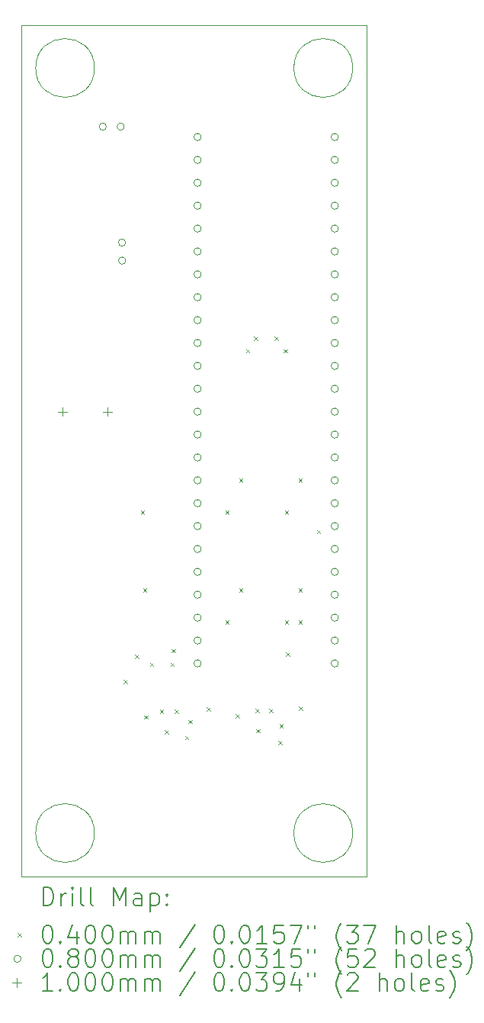
<source format=gbr>
%TF.GenerationSoftware,KiCad,Pcbnew,7.0.2*%
%TF.CreationDate,2023-08-01T20:04:04-04:00*%
%TF.ProjectId,imu-testbed,696d752d-7465-4737-9462-65642e6b6963,rev?*%
%TF.SameCoordinates,Original*%
%TF.FileFunction,Drillmap*%
%TF.FilePolarity,Positive*%
%FSLAX45Y45*%
G04 Gerber Fmt 4.5, Leading zero omitted, Abs format (unit mm)*
G04 Created by KiCad (PCBNEW 7.0.2) date 2023-08-01 20:04:04*
%MOMM*%
%LPD*%
G01*
G04 APERTURE LIST*
%ADD10C,0.100000*%
%ADD11C,0.200000*%
%ADD12C,0.040000*%
%ADD13C,0.080000*%
G04 APERTURE END LIST*
D10*
X15528400Y-15447300D02*
G75*
G03*
X15528400Y-15447300I-326500J0D01*
G01*
X12660000Y-15447300D02*
G75*
G03*
X12660000Y-15447300I-326500J0D01*
G01*
X12660000Y-6955900D02*
G75*
G03*
X12660000Y-6955900I-326500J0D01*
G01*
X15528400Y-6955900D02*
G75*
G03*
X15528400Y-6955900I-326500J0D01*
G01*
X11849100Y-6477000D02*
X15684500Y-6477000D01*
X15684500Y-15933420D01*
X11849100Y-15933420D01*
X11849100Y-6477000D01*
D11*
D12*
X12984800Y-13746800D02*
X13024800Y-13786800D01*
X13024800Y-13746800D02*
X12984800Y-13786800D01*
X13111800Y-13467400D02*
X13151800Y-13507400D01*
X13151800Y-13467400D02*
X13111800Y-13507400D01*
X13175300Y-11867200D02*
X13215300Y-11907200D01*
X13215300Y-11867200D02*
X13175300Y-11907200D01*
X13200700Y-12730800D02*
X13240700Y-12770800D01*
X13240700Y-12730800D02*
X13200700Y-12770800D01*
X13213400Y-14140500D02*
X13253400Y-14180500D01*
X13253400Y-14140500D02*
X13213400Y-14180500D01*
X13276900Y-13556300D02*
X13316900Y-13596300D01*
X13316900Y-13556300D02*
X13276900Y-13596300D01*
X13386200Y-14078000D02*
X13426200Y-14118000D01*
X13426200Y-14078000D02*
X13386200Y-14118000D01*
X13442000Y-14305600D02*
X13482000Y-14345600D01*
X13482000Y-14305600D02*
X13442000Y-14345600D01*
X13505500Y-13556300D02*
X13545500Y-13596300D01*
X13545500Y-13556300D02*
X13505500Y-13596300D01*
X13518200Y-13403900D02*
X13558200Y-13443900D01*
X13558200Y-13403900D02*
X13518200Y-13443900D01*
X13551300Y-14078000D02*
X13591300Y-14118000D01*
X13591300Y-14078000D02*
X13551300Y-14118000D01*
X13665600Y-14370100D02*
X13705600Y-14410100D01*
X13705600Y-14370100D02*
X13665600Y-14410100D01*
X13703700Y-14192300D02*
X13743700Y-14232300D01*
X13743700Y-14192300D02*
X13703700Y-14232300D01*
X13906900Y-14052600D02*
X13946900Y-14092600D01*
X13946900Y-14052600D02*
X13906900Y-14092600D01*
X14115100Y-11867200D02*
X14155100Y-11907200D01*
X14155100Y-11867200D02*
X14115100Y-11907200D01*
X14115100Y-13086400D02*
X14155100Y-13126400D01*
X14155100Y-13086400D02*
X14115100Y-13126400D01*
X14229400Y-14127800D02*
X14269400Y-14167800D01*
X14269400Y-14127800D02*
X14229400Y-14167800D01*
X14267500Y-11511600D02*
X14307500Y-11551600D01*
X14307500Y-11511600D02*
X14267500Y-11551600D01*
X14267500Y-12730800D02*
X14307500Y-12770800D01*
X14307500Y-12730800D02*
X14267500Y-12770800D01*
X14343700Y-10076500D02*
X14383700Y-10116500D01*
X14383700Y-10076500D02*
X14343700Y-10116500D01*
X14432600Y-9936800D02*
X14472600Y-9976800D01*
X14472600Y-9936800D02*
X14432600Y-9976800D01*
X14449100Y-14070700D02*
X14489100Y-14110700D01*
X14489100Y-14070700D02*
X14449100Y-14110700D01*
X14458000Y-14292900D02*
X14498000Y-14332900D01*
X14498000Y-14292900D02*
X14458000Y-14332900D01*
X14601500Y-14070700D02*
X14641500Y-14110700D01*
X14641500Y-14070700D02*
X14601500Y-14110700D01*
X14661200Y-9936800D02*
X14701200Y-9976800D01*
X14701200Y-9936800D02*
X14661200Y-9976800D01*
X14703100Y-14426300D02*
X14743100Y-14466300D01*
X14743100Y-14426300D02*
X14703100Y-14466300D01*
X14715800Y-14235800D02*
X14755800Y-14275800D01*
X14755800Y-14235800D02*
X14715800Y-14275800D01*
X14762800Y-10076500D02*
X14802800Y-10116500D01*
X14802800Y-10076500D02*
X14762800Y-10116500D01*
X14762800Y-10076500D02*
X14802800Y-10116500D01*
X14802800Y-10076500D02*
X14762800Y-10116500D01*
X14775500Y-11867200D02*
X14815500Y-11907200D01*
X14815500Y-11867200D02*
X14775500Y-11907200D01*
X14775500Y-13086400D02*
X14815500Y-13126400D01*
X14815500Y-13086400D02*
X14775500Y-13126400D01*
X14788200Y-13442000D02*
X14828200Y-13482000D01*
X14828200Y-13442000D02*
X14788200Y-13482000D01*
X14927900Y-11511600D02*
X14967900Y-11551600D01*
X14967900Y-11511600D02*
X14927900Y-11551600D01*
X14927900Y-12730800D02*
X14967900Y-12770800D01*
X14967900Y-12730800D02*
X14927900Y-12770800D01*
X14927900Y-13086400D02*
X14967900Y-13126400D01*
X14967900Y-13086400D02*
X14927900Y-13126400D01*
X14931700Y-14045300D02*
X14971700Y-14085300D01*
X14971700Y-14045300D02*
X14931700Y-14085300D01*
X15131100Y-12083100D02*
X15171100Y-12123100D01*
X15171100Y-12083100D02*
X15131100Y-12123100D01*
D13*
X12792400Y-7607300D02*
G75*
G03*
X12792400Y-7607300I-40000J0D01*
G01*
X12992400Y-7607300D02*
G75*
G03*
X12992400Y-7607300I-40000J0D01*
G01*
X13006700Y-8893200D02*
G75*
G03*
X13006700Y-8893200I-40000J0D01*
G01*
X13006700Y-9093200D02*
G75*
G03*
X13006700Y-9093200I-40000J0D01*
G01*
X13844900Y-7721600D02*
G75*
G03*
X13844900Y-7721600I-40000J0D01*
G01*
X13844900Y-7975600D02*
G75*
G03*
X13844900Y-7975600I-40000J0D01*
G01*
X13844900Y-8229600D02*
G75*
G03*
X13844900Y-8229600I-40000J0D01*
G01*
X13844900Y-8483600D02*
G75*
G03*
X13844900Y-8483600I-40000J0D01*
G01*
X13844900Y-8737600D02*
G75*
G03*
X13844900Y-8737600I-40000J0D01*
G01*
X13844900Y-8991600D02*
G75*
G03*
X13844900Y-8991600I-40000J0D01*
G01*
X13844900Y-9245600D02*
G75*
G03*
X13844900Y-9245600I-40000J0D01*
G01*
X13844900Y-9499600D02*
G75*
G03*
X13844900Y-9499600I-40000J0D01*
G01*
X13844900Y-9753600D02*
G75*
G03*
X13844900Y-9753600I-40000J0D01*
G01*
X13844900Y-10007600D02*
G75*
G03*
X13844900Y-10007600I-40000J0D01*
G01*
X13844900Y-10261600D02*
G75*
G03*
X13844900Y-10261600I-40000J0D01*
G01*
X13844900Y-10515600D02*
G75*
G03*
X13844900Y-10515600I-40000J0D01*
G01*
X13844900Y-10769600D02*
G75*
G03*
X13844900Y-10769600I-40000J0D01*
G01*
X13844900Y-11023600D02*
G75*
G03*
X13844900Y-11023600I-40000J0D01*
G01*
X13844900Y-11277600D02*
G75*
G03*
X13844900Y-11277600I-40000J0D01*
G01*
X13844900Y-11531600D02*
G75*
G03*
X13844900Y-11531600I-40000J0D01*
G01*
X13844900Y-11785600D02*
G75*
G03*
X13844900Y-11785600I-40000J0D01*
G01*
X13844900Y-12039600D02*
G75*
G03*
X13844900Y-12039600I-40000J0D01*
G01*
X13844900Y-12293600D02*
G75*
G03*
X13844900Y-12293600I-40000J0D01*
G01*
X13844900Y-12547600D02*
G75*
G03*
X13844900Y-12547600I-40000J0D01*
G01*
X13844900Y-12801600D02*
G75*
G03*
X13844900Y-12801600I-40000J0D01*
G01*
X13844900Y-13055600D02*
G75*
G03*
X13844900Y-13055600I-40000J0D01*
G01*
X13844900Y-13309600D02*
G75*
G03*
X13844900Y-13309600I-40000J0D01*
G01*
X13844900Y-13563600D02*
G75*
G03*
X13844900Y-13563600I-40000J0D01*
G01*
X15368900Y-7721600D02*
G75*
G03*
X15368900Y-7721600I-40000J0D01*
G01*
X15368900Y-7975600D02*
G75*
G03*
X15368900Y-7975600I-40000J0D01*
G01*
X15368900Y-8229600D02*
G75*
G03*
X15368900Y-8229600I-40000J0D01*
G01*
X15368900Y-8483600D02*
G75*
G03*
X15368900Y-8483600I-40000J0D01*
G01*
X15368900Y-8737600D02*
G75*
G03*
X15368900Y-8737600I-40000J0D01*
G01*
X15368900Y-8991600D02*
G75*
G03*
X15368900Y-8991600I-40000J0D01*
G01*
X15368900Y-9245600D02*
G75*
G03*
X15368900Y-9245600I-40000J0D01*
G01*
X15368900Y-9499600D02*
G75*
G03*
X15368900Y-9499600I-40000J0D01*
G01*
X15368900Y-9753600D02*
G75*
G03*
X15368900Y-9753600I-40000J0D01*
G01*
X15368900Y-10007600D02*
G75*
G03*
X15368900Y-10007600I-40000J0D01*
G01*
X15368900Y-10261600D02*
G75*
G03*
X15368900Y-10261600I-40000J0D01*
G01*
X15368900Y-10515600D02*
G75*
G03*
X15368900Y-10515600I-40000J0D01*
G01*
X15368900Y-10769600D02*
G75*
G03*
X15368900Y-10769600I-40000J0D01*
G01*
X15368900Y-11023600D02*
G75*
G03*
X15368900Y-11023600I-40000J0D01*
G01*
X15368900Y-11277600D02*
G75*
G03*
X15368900Y-11277600I-40000J0D01*
G01*
X15368900Y-11531600D02*
G75*
G03*
X15368900Y-11531600I-40000J0D01*
G01*
X15368900Y-11785600D02*
G75*
G03*
X15368900Y-11785600I-40000J0D01*
G01*
X15368900Y-12039600D02*
G75*
G03*
X15368900Y-12039600I-40000J0D01*
G01*
X15368900Y-12293600D02*
G75*
G03*
X15368900Y-12293600I-40000J0D01*
G01*
X15368900Y-12547600D02*
G75*
G03*
X15368900Y-12547600I-40000J0D01*
G01*
X15368900Y-12801600D02*
G75*
G03*
X15368900Y-12801600I-40000J0D01*
G01*
X15368900Y-13055600D02*
G75*
G03*
X15368900Y-13055600I-40000J0D01*
G01*
X15368900Y-13309600D02*
G75*
G03*
X15368900Y-13309600I-40000J0D01*
G01*
X15368900Y-13563600D02*
G75*
G03*
X15368900Y-13563600I-40000J0D01*
G01*
D10*
X12306300Y-10719600D02*
X12306300Y-10819600D01*
X12256300Y-10769600D02*
X12356300Y-10769600D01*
X12806300Y-10719600D02*
X12806300Y-10819600D01*
X12756300Y-10769600D02*
X12856300Y-10769600D01*
D11*
X12091719Y-16250944D02*
X12091719Y-16050944D01*
X12091719Y-16050944D02*
X12139338Y-16050944D01*
X12139338Y-16050944D02*
X12167909Y-16060468D01*
X12167909Y-16060468D02*
X12186957Y-16079515D01*
X12186957Y-16079515D02*
X12196481Y-16098563D01*
X12196481Y-16098563D02*
X12206005Y-16136658D01*
X12206005Y-16136658D02*
X12206005Y-16165229D01*
X12206005Y-16165229D02*
X12196481Y-16203325D01*
X12196481Y-16203325D02*
X12186957Y-16222372D01*
X12186957Y-16222372D02*
X12167909Y-16241420D01*
X12167909Y-16241420D02*
X12139338Y-16250944D01*
X12139338Y-16250944D02*
X12091719Y-16250944D01*
X12291719Y-16250944D02*
X12291719Y-16117610D01*
X12291719Y-16155706D02*
X12301243Y-16136658D01*
X12301243Y-16136658D02*
X12310767Y-16127134D01*
X12310767Y-16127134D02*
X12329814Y-16117610D01*
X12329814Y-16117610D02*
X12348862Y-16117610D01*
X12415528Y-16250944D02*
X12415528Y-16117610D01*
X12415528Y-16050944D02*
X12406005Y-16060468D01*
X12406005Y-16060468D02*
X12415528Y-16069991D01*
X12415528Y-16069991D02*
X12425052Y-16060468D01*
X12425052Y-16060468D02*
X12415528Y-16050944D01*
X12415528Y-16050944D02*
X12415528Y-16069991D01*
X12539338Y-16250944D02*
X12520290Y-16241420D01*
X12520290Y-16241420D02*
X12510767Y-16222372D01*
X12510767Y-16222372D02*
X12510767Y-16050944D01*
X12644100Y-16250944D02*
X12625052Y-16241420D01*
X12625052Y-16241420D02*
X12615528Y-16222372D01*
X12615528Y-16222372D02*
X12615528Y-16050944D01*
X12872671Y-16250944D02*
X12872671Y-16050944D01*
X12872671Y-16050944D02*
X12939338Y-16193801D01*
X12939338Y-16193801D02*
X13006005Y-16050944D01*
X13006005Y-16050944D02*
X13006005Y-16250944D01*
X13186957Y-16250944D02*
X13186957Y-16146182D01*
X13186957Y-16146182D02*
X13177433Y-16127134D01*
X13177433Y-16127134D02*
X13158386Y-16117610D01*
X13158386Y-16117610D02*
X13120290Y-16117610D01*
X13120290Y-16117610D02*
X13101243Y-16127134D01*
X13186957Y-16241420D02*
X13167909Y-16250944D01*
X13167909Y-16250944D02*
X13120290Y-16250944D01*
X13120290Y-16250944D02*
X13101243Y-16241420D01*
X13101243Y-16241420D02*
X13091719Y-16222372D01*
X13091719Y-16222372D02*
X13091719Y-16203325D01*
X13091719Y-16203325D02*
X13101243Y-16184277D01*
X13101243Y-16184277D02*
X13120290Y-16174753D01*
X13120290Y-16174753D02*
X13167909Y-16174753D01*
X13167909Y-16174753D02*
X13186957Y-16165229D01*
X13282195Y-16117610D02*
X13282195Y-16317610D01*
X13282195Y-16127134D02*
X13301243Y-16117610D01*
X13301243Y-16117610D02*
X13339338Y-16117610D01*
X13339338Y-16117610D02*
X13358386Y-16127134D01*
X13358386Y-16127134D02*
X13367909Y-16136658D01*
X13367909Y-16136658D02*
X13377433Y-16155706D01*
X13377433Y-16155706D02*
X13377433Y-16212848D01*
X13377433Y-16212848D02*
X13367909Y-16231896D01*
X13367909Y-16231896D02*
X13358386Y-16241420D01*
X13358386Y-16241420D02*
X13339338Y-16250944D01*
X13339338Y-16250944D02*
X13301243Y-16250944D01*
X13301243Y-16250944D02*
X13282195Y-16241420D01*
X13463148Y-16231896D02*
X13472671Y-16241420D01*
X13472671Y-16241420D02*
X13463148Y-16250944D01*
X13463148Y-16250944D02*
X13453624Y-16241420D01*
X13453624Y-16241420D02*
X13463148Y-16231896D01*
X13463148Y-16231896D02*
X13463148Y-16250944D01*
X13463148Y-16127134D02*
X13472671Y-16136658D01*
X13472671Y-16136658D02*
X13463148Y-16146182D01*
X13463148Y-16146182D02*
X13453624Y-16136658D01*
X13453624Y-16136658D02*
X13463148Y-16127134D01*
X13463148Y-16127134D02*
X13463148Y-16146182D01*
D12*
X11804100Y-16558420D02*
X11844100Y-16598420D01*
X11844100Y-16558420D02*
X11804100Y-16598420D01*
D11*
X12129814Y-16470944D02*
X12148862Y-16470944D01*
X12148862Y-16470944D02*
X12167909Y-16480468D01*
X12167909Y-16480468D02*
X12177433Y-16489991D01*
X12177433Y-16489991D02*
X12186957Y-16509039D01*
X12186957Y-16509039D02*
X12196481Y-16547134D01*
X12196481Y-16547134D02*
X12196481Y-16594753D01*
X12196481Y-16594753D02*
X12186957Y-16632848D01*
X12186957Y-16632848D02*
X12177433Y-16651896D01*
X12177433Y-16651896D02*
X12167909Y-16661420D01*
X12167909Y-16661420D02*
X12148862Y-16670944D01*
X12148862Y-16670944D02*
X12129814Y-16670944D01*
X12129814Y-16670944D02*
X12110767Y-16661420D01*
X12110767Y-16661420D02*
X12101243Y-16651896D01*
X12101243Y-16651896D02*
X12091719Y-16632848D01*
X12091719Y-16632848D02*
X12082195Y-16594753D01*
X12082195Y-16594753D02*
X12082195Y-16547134D01*
X12082195Y-16547134D02*
X12091719Y-16509039D01*
X12091719Y-16509039D02*
X12101243Y-16489991D01*
X12101243Y-16489991D02*
X12110767Y-16480468D01*
X12110767Y-16480468D02*
X12129814Y-16470944D01*
X12282195Y-16651896D02*
X12291719Y-16661420D01*
X12291719Y-16661420D02*
X12282195Y-16670944D01*
X12282195Y-16670944D02*
X12272671Y-16661420D01*
X12272671Y-16661420D02*
X12282195Y-16651896D01*
X12282195Y-16651896D02*
X12282195Y-16670944D01*
X12463148Y-16537610D02*
X12463148Y-16670944D01*
X12415528Y-16461420D02*
X12367909Y-16604277D01*
X12367909Y-16604277D02*
X12491719Y-16604277D01*
X12606005Y-16470944D02*
X12625052Y-16470944D01*
X12625052Y-16470944D02*
X12644100Y-16480468D01*
X12644100Y-16480468D02*
X12653624Y-16489991D01*
X12653624Y-16489991D02*
X12663148Y-16509039D01*
X12663148Y-16509039D02*
X12672671Y-16547134D01*
X12672671Y-16547134D02*
X12672671Y-16594753D01*
X12672671Y-16594753D02*
X12663148Y-16632848D01*
X12663148Y-16632848D02*
X12653624Y-16651896D01*
X12653624Y-16651896D02*
X12644100Y-16661420D01*
X12644100Y-16661420D02*
X12625052Y-16670944D01*
X12625052Y-16670944D02*
X12606005Y-16670944D01*
X12606005Y-16670944D02*
X12586957Y-16661420D01*
X12586957Y-16661420D02*
X12577433Y-16651896D01*
X12577433Y-16651896D02*
X12567909Y-16632848D01*
X12567909Y-16632848D02*
X12558386Y-16594753D01*
X12558386Y-16594753D02*
X12558386Y-16547134D01*
X12558386Y-16547134D02*
X12567909Y-16509039D01*
X12567909Y-16509039D02*
X12577433Y-16489991D01*
X12577433Y-16489991D02*
X12586957Y-16480468D01*
X12586957Y-16480468D02*
X12606005Y-16470944D01*
X12796481Y-16470944D02*
X12815529Y-16470944D01*
X12815529Y-16470944D02*
X12834576Y-16480468D01*
X12834576Y-16480468D02*
X12844100Y-16489991D01*
X12844100Y-16489991D02*
X12853624Y-16509039D01*
X12853624Y-16509039D02*
X12863148Y-16547134D01*
X12863148Y-16547134D02*
X12863148Y-16594753D01*
X12863148Y-16594753D02*
X12853624Y-16632848D01*
X12853624Y-16632848D02*
X12844100Y-16651896D01*
X12844100Y-16651896D02*
X12834576Y-16661420D01*
X12834576Y-16661420D02*
X12815529Y-16670944D01*
X12815529Y-16670944D02*
X12796481Y-16670944D01*
X12796481Y-16670944D02*
X12777433Y-16661420D01*
X12777433Y-16661420D02*
X12767909Y-16651896D01*
X12767909Y-16651896D02*
X12758386Y-16632848D01*
X12758386Y-16632848D02*
X12748862Y-16594753D01*
X12748862Y-16594753D02*
X12748862Y-16547134D01*
X12748862Y-16547134D02*
X12758386Y-16509039D01*
X12758386Y-16509039D02*
X12767909Y-16489991D01*
X12767909Y-16489991D02*
X12777433Y-16480468D01*
X12777433Y-16480468D02*
X12796481Y-16470944D01*
X12948862Y-16670944D02*
X12948862Y-16537610D01*
X12948862Y-16556658D02*
X12958386Y-16547134D01*
X12958386Y-16547134D02*
X12977433Y-16537610D01*
X12977433Y-16537610D02*
X13006005Y-16537610D01*
X13006005Y-16537610D02*
X13025052Y-16547134D01*
X13025052Y-16547134D02*
X13034576Y-16566182D01*
X13034576Y-16566182D02*
X13034576Y-16670944D01*
X13034576Y-16566182D02*
X13044100Y-16547134D01*
X13044100Y-16547134D02*
X13063148Y-16537610D01*
X13063148Y-16537610D02*
X13091719Y-16537610D01*
X13091719Y-16537610D02*
X13110767Y-16547134D01*
X13110767Y-16547134D02*
X13120290Y-16566182D01*
X13120290Y-16566182D02*
X13120290Y-16670944D01*
X13215529Y-16670944D02*
X13215529Y-16537610D01*
X13215529Y-16556658D02*
X13225052Y-16547134D01*
X13225052Y-16547134D02*
X13244100Y-16537610D01*
X13244100Y-16537610D02*
X13272671Y-16537610D01*
X13272671Y-16537610D02*
X13291719Y-16547134D01*
X13291719Y-16547134D02*
X13301243Y-16566182D01*
X13301243Y-16566182D02*
X13301243Y-16670944D01*
X13301243Y-16566182D02*
X13310767Y-16547134D01*
X13310767Y-16547134D02*
X13329814Y-16537610D01*
X13329814Y-16537610D02*
X13358386Y-16537610D01*
X13358386Y-16537610D02*
X13377433Y-16547134D01*
X13377433Y-16547134D02*
X13386957Y-16566182D01*
X13386957Y-16566182D02*
X13386957Y-16670944D01*
X13777433Y-16461420D02*
X13606005Y-16718563D01*
X14034576Y-16470944D02*
X14053624Y-16470944D01*
X14053624Y-16470944D02*
X14072672Y-16480468D01*
X14072672Y-16480468D02*
X14082195Y-16489991D01*
X14082195Y-16489991D02*
X14091719Y-16509039D01*
X14091719Y-16509039D02*
X14101243Y-16547134D01*
X14101243Y-16547134D02*
X14101243Y-16594753D01*
X14101243Y-16594753D02*
X14091719Y-16632848D01*
X14091719Y-16632848D02*
X14082195Y-16651896D01*
X14082195Y-16651896D02*
X14072672Y-16661420D01*
X14072672Y-16661420D02*
X14053624Y-16670944D01*
X14053624Y-16670944D02*
X14034576Y-16670944D01*
X14034576Y-16670944D02*
X14015529Y-16661420D01*
X14015529Y-16661420D02*
X14006005Y-16651896D01*
X14006005Y-16651896D02*
X13996481Y-16632848D01*
X13996481Y-16632848D02*
X13986957Y-16594753D01*
X13986957Y-16594753D02*
X13986957Y-16547134D01*
X13986957Y-16547134D02*
X13996481Y-16509039D01*
X13996481Y-16509039D02*
X14006005Y-16489991D01*
X14006005Y-16489991D02*
X14015529Y-16480468D01*
X14015529Y-16480468D02*
X14034576Y-16470944D01*
X14186957Y-16651896D02*
X14196481Y-16661420D01*
X14196481Y-16661420D02*
X14186957Y-16670944D01*
X14186957Y-16670944D02*
X14177433Y-16661420D01*
X14177433Y-16661420D02*
X14186957Y-16651896D01*
X14186957Y-16651896D02*
X14186957Y-16670944D01*
X14320291Y-16470944D02*
X14339338Y-16470944D01*
X14339338Y-16470944D02*
X14358386Y-16480468D01*
X14358386Y-16480468D02*
X14367910Y-16489991D01*
X14367910Y-16489991D02*
X14377433Y-16509039D01*
X14377433Y-16509039D02*
X14386957Y-16547134D01*
X14386957Y-16547134D02*
X14386957Y-16594753D01*
X14386957Y-16594753D02*
X14377433Y-16632848D01*
X14377433Y-16632848D02*
X14367910Y-16651896D01*
X14367910Y-16651896D02*
X14358386Y-16661420D01*
X14358386Y-16661420D02*
X14339338Y-16670944D01*
X14339338Y-16670944D02*
X14320291Y-16670944D01*
X14320291Y-16670944D02*
X14301243Y-16661420D01*
X14301243Y-16661420D02*
X14291719Y-16651896D01*
X14291719Y-16651896D02*
X14282195Y-16632848D01*
X14282195Y-16632848D02*
X14272672Y-16594753D01*
X14272672Y-16594753D02*
X14272672Y-16547134D01*
X14272672Y-16547134D02*
X14282195Y-16509039D01*
X14282195Y-16509039D02*
X14291719Y-16489991D01*
X14291719Y-16489991D02*
X14301243Y-16480468D01*
X14301243Y-16480468D02*
X14320291Y-16470944D01*
X14577433Y-16670944D02*
X14463148Y-16670944D01*
X14520291Y-16670944D02*
X14520291Y-16470944D01*
X14520291Y-16470944D02*
X14501243Y-16499515D01*
X14501243Y-16499515D02*
X14482195Y-16518563D01*
X14482195Y-16518563D02*
X14463148Y-16528087D01*
X14758386Y-16470944D02*
X14663148Y-16470944D01*
X14663148Y-16470944D02*
X14653624Y-16566182D01*
X14653624Y-16566182D02*
X14663148Y-16556658D01*
X14663148Y-16556658D02*
X14682195Y-16547134D01*
X14682195Y-16547134D02*
X14729814Y-16547134D01*
X14729814Y-16547134D02*
X14748862Y-16556658D01*
X14748862Y-16556658D02*
X14758386Y-16566182D01*
X14758386Y-16566182D02*
X14767910Y-16585229D01*
X14767910Y-16585229D02*
X14767910Y-16632848D01*
X14767910Y-16632848D02*
X14758386Y-16651896D01*
X14758386Y-16651896D02*
X14748862Y-16661420D01*
X14748862Y-16661420D02*
X14729814Y-16670944D01*
X14729814Y-16670944D02*
X14682195Y-16670944D01*
X14682195Y-16670944D02*
X14663148Y-16661420D01*
X14663148Y-16661420D02*
X14653624Y-16651896D01*
X14834576Y-16470944D02*
X14967910Y-16470944D01*
X14967910Y-16470944D02*
X14882195Y-16670944D01*
X15034576Y-16470944D02*
X15034576Y-16509039D01*
X15110767Y-16470944D02*
X15110767Y-16509039D01*
X15406005Y-16747134D02*
X15396481Y-16737610D01*
X15396481Y-16737610D02*
X15377434Y-16709039D01*
X15377434Y-16709039D02*
X15367910Y-16689991D01*
X15367910Y-16689991D02*
X15358386Y-16661420D01*
X15358386Y-16661420D02*
X15348862Y-16613801D01*
X15348862Y-16613801D02*
X15348862Y-16575706D01*
X15348862Y-16575706D02*
X15358386Y-16528087D01*
X15358386Y-16528087D02*
X15367910Y-16499515D01*
X15367910Y-16499515D02*
X15377434Y-16480468D01*
X15377434Y-16480468D02*
X15396481Y-16451896D01*
X15396481Y-16451896D02*
X15406005Y-16442372D01*
X15463148Y-16470944D02*
X15586957Y-16470944D01*
X15586957Y-16470944D02*
X15520291Y-16547134D01*
X15520291Y-16547134D02*
X15548862Y-16547134D01*
X15548862Y-16547134D02*
X15567910Y-16556658D01*
X15567910Y-16556658D02*
X15577434Y-16566182D01*
X15577434Y-16566182D02*
X15586957Y-16585229D01*
X15586957Y-16585229D02*
X15586957Y-16632848D01*
X15586957Y-16632848D02*
X15577434Y-16651896D01*
X15577434Y-16651896D02*
X15567910Y-16661420D01*
X15567910Y-16661420D02*
X15548862Y-16670944D01*
X15548862Y-16670944D02*
X15491719Y-16670944D01*
X15491719Y-16670944D02*
X15472672Y-16661420D01*
X15472672Y-16661420D02*
X15463148Y-16651896D01*
X15653624Y-16470944D02*
X15786957Y-16470944D01*
X15786957Y-16470944D02*
X15701243Y-16670944D01*
X16015529Y-16670944D02*
X16015529Y-16470944D01*
X16101243Y-16670944D02*
X16101243Y-16566182D01*
X16101243Y-16566182D02*
X16091719Y-16547134D01*
X16091719Y-16547134D02*
X16072672Y-16537610D01*
X16072672Y-16537610D02*
X16044100Y-16537610D01*
X16044100Y-16537610D02*
X16025053Y-16547134D01*
X16025053Y-16547134D02*
X16015529Y-16556658D01*
X16225053Y-16670944D02*
X16206005Y-16661420D01*
X16206005Y-16661420D02*
X16196481Y-16651896D01*
X16196481Y-16651896D02*
X16186957Y-16632848D01*
X16186957Y-16632848D02*
X16186957Y-16575706D01*
X16186957Y-16575706D02*
X16196481Y-16556658D01*
X16196481Y-16556658D02*
X16206005Y-16547134D01*
X16206005Y-16547134D02*
X16225053Y-16537610D01*
X16225053Y-16537610D02*
X16253624Y-16537610D01*
X16253624Y-16537610D02*
X16272672Y-16547134D01*
X16272672Y-16547134D02*
X16282196Y-16556658D01*
X16282196Y-16556658D02*
X16291719Y-16575706D01*
X16291719Y-16575706D02*
X16291719Y-16632848D01*
X16291719Y-16632848D02*
X16282196Y-16651896D01*
X16282196Y-16651896D02*
X16272672Y-16661420D01*
X16272672Y-16661420D02*
X16253624Y-16670944D01*
X16253624Y-16670944D02*
X16225053Y-16670944D01*
X16406005Y-16670944D02*
X16386957Y-16661420D01*
X16386957Y-16661420D02*
X16377434Y-16642372D01*
X16377434Y-16642372D02*
X16377434Y-16470944D01*
X16558386Y-16661420D02*
X16539338Y-16670944D01*
X16539338Y-16670944D02*
X16501243Y-16670944D01*
X16501243Y-16670944D02*
X16482196Y-16661420D01*
X16482196Y-16661420D02*
X16472672Y-16642372D01*
X16472672Y-16642372D02*
X16472672Y-16566182D01*
X16472672Y-16566182D02*
X16482196Y-16547134D01*
X16482196Y-16547134D02*
X16501243Y-16537610D01*
X16501243Y-16537610D02*
X16539338Y-16537610D01*
X16539338Y-16537610D02*
X16558386Y-16547134D01*
X16558386Y-16547134D02*
X16567910Y-16566182D01*
X16567910Y-16566182D02*
X16567910Y-16585229D01*
X16567910Y-16585229D02*
X16472672Y-16604277D01*
X16644100Y-16661420D02*
X16663148Y-16670944D01*
X16663148Y-16670944D02*
X16701243Y-16670944D01*
X16701243Y-16670944D02*
X16720291Y-16661420D01*
X16720291Y-16661420D02*
X16729815Y-16642372D01*
X16729815Y-16642372D02*
X16729815Y-16632848D01*
X16729815Y-16632848D02*
X16720291Y-16613801D01*
X16720291Y-16613801D02*
X16701243Y-16604277D01*
X16701243Y-16604277D02*
X16672672Y-16604277D01*
X16672672Y-16604277D02*
X16653624Y-16594753D01*
X16653624Y-16594753D02*
X16644100Y-16575706D01*
X16644100Y-16575706D02*
X16644100Y-16566182D01*
X16644100Y-16566182D02*
X16653624Y-16547134D01*
X16653624Y-16547134D02*
X16672672Y-16537610D01*
X16672672Y-16537610D02*
X16701243Y-16537610D01*
X16701243Y-16537610D02*
X16720291Y-16547134D01*
X16796481Y-16747134D02*
X16806005Y-16737610D01*
X16806005Y-16737610D02*
X16825053Y-16709039D01*
X16825053Y-16709039D02*
X16834577Y-16689991D01*
X16834577Y-16689991D02*
X16844100Y-16661420D01*
X16844100Y-16661420D02*
X16853624Y-16613801D01*
X16853624Y-16613801D02*
X16853624Y-16575706D01*
X16853624Y-16575706D02*
X16844100Y-16528087D01*
X16844100Y-16528087D02*
X16834577Y-16499515D01*
X16834577Y-16499515D02*
X16825053Y-16480468D01*
X16825053Y-16480468D02*
X16806005Y-16451896D01*
X16806005Y-16451896D02*
X16796481Y-16442372D01*
D13*
X11844100Y-16842420D02*
G75*
G03*
X11844100Y-16842420I-40000J0D01*
G01*
D11*
X12129814Y-16734944D02*
X12148862Y-16734944D01*
X12148862Y-16734944D02*
X12167909Y-16744468D01*
X12167909Y-16744468D02*
X12177433Y-16753991D01*
X12177433Y-16753991D02*
X12186957Y-16773039D01*
X12186957Y-16773039D02*
X12196481Y-16811134D01*
X12196481Y-16811134D02*
X12196481Y-16858753D01*
X12196481Y-16858753D02*
X12186957Y-16896849D01*
X12186957Y-16896849D02*
X12177433Y-16915896D01*
X12177433Y-16915896D02*
X12167909Y-16925420D01*
X12167909Y-16925420D02*
X12148862Y-16934944D01*
X12148862Y-16934944D02*
X12129814Y-16934944D01*
X12129814Y-16934944D02*
X12110767Y-16925420D01*
X12110767Y-16925420D02*
X12101243Y-16915896D01*
X12101243Y-16915896D02*
X12091719Y-16896849D01*
X12091719Y-16896849D02*
X12082195Y-16858753D01*
X12082195Y-16858753D02*
X12082195Y-16811134D01*
X12082195Y-16811134D02*
X12091719Y-16773039D01*
X12091719Y-16773039D02*
X12101243Y-16753991D01*
X12101243Y-16753991D02*
X12110767Y-16744468D01*
X12110767Y-16744468D02*
X12129814Y-16734944D01*
X12282195Y-16915896D02*
X12291719Y-16925420D01*
X12291719Y-16925420D02*
X12282195Y-16934944D01*
X12282195Y-16934944D02*
X12272671Y-16925420D01*
X12272671Y-16925420D02*
X12282195Y-16915896D01*
X12282195Y-16915896D02*
X12282195Y-16934944D01*
X12406005Y-16820658D02*
X12386957Y-16811134D01*
X12386957Y-16811134D02*
X12377433Y-16801610D01*
X12377433Y-16801610D02*
X12367909Y-16782563D01*
X12367909Y-16782563D02*
X12367909Y-16773039D01*
X12367909Y-16773039D02*
X12377433Y-16753991D01*
X12377433Y-16753991D02*
X12386957Y-16744468D01*
X12386957Y-16744468D02*
X12406005Y-16734944D01*
X12406005Y-16734944D02*
X12444100Y-16734944D01*
X12444100Y-16734944D02*
X12463148Y-16744468D01*
X12463148Y-16744468D02*
X12472671Y-16753991D01*
X12472671Y-16753991D02*
X12482195Y-16773039D01*
X12482195Y-16773039D02*
X12482195Y-16782563D01*
X12482195Y-16782563D02*
X12472671Y-16801610D01*
X12472671Y-16801610D02*
X12463148Y-16811134D01*
X12463148Y-16811134D02*
X12444100Y-16820658D01*
X12444100Y-16820658D02*
X12406005Y-16820658D01*
X12406005Y-16820658D02*
X12386957Y-16830182D01*
X12386957Y-16830182D02*
X12377433Y-16839706D01*
X12377433Y-16839706D02*
X12367909Y-16858753D01*
X12367909Y-16858753D02*
X12367909Y-16896849D01*
X12367909Y-16896849D02*
X12377433Y-16915896D01*
X12377433Y-16915896D02*
X12386957Y-16925420D01*
X12386957Y-16925420D02*
X12406005Y-16934944D01*
X12406005Y-16934944D02*
X12444100Y-16934944D01*
X12444100Y-16934944D02*
X12463148Y-16925420D01*
X12463148Y-16925420D02*
X12472671Y-16915896D01*
X12472671Y-16915896D02*
X12482195Y-16896849D01*
X12482195Y-16896849D02*
X12482195Y-16858753D01*
X12482195Y-16858753D02*
X12472671Y-16839706D01*
X12472671Y-16839706D02*
X12463148Y-16830182D01*
X12463148Y-16830182D02*
X12444100Y-16820658D01*
X12606005Y-16734944D02*
X12625052Y-16734944D01*
X12625052Y-16734944D02*
X12644100Y-16744468D01*
X12644100Y-16744468D02*
X12653624Y-16753991D01*
X12653624Y-16753991D02*
X12663148Y-16773039D01*
X12663148Y-16773039D02*
X12672671Y-16811134D01*
X12672671Y-16811134D02*
X12672671Y-16858753D01*
X12672671Y-16858753D02*
X12663148Y-16896849D01*
X12663148Y-16896849D02*
X12653624Y-16915896D01*
X12653624Y-16915896D02*
X12644100Y-16925420D01*
X12644100Y-16925420D02*
X12625052Y-16934944D01*
X12625052Y-16934944D02*
X12606005Y-16934944D01*
X12606005Y-16934944D02*
X12586957Y-16925420D01*
X12586957Y-16925420D02*
X12577433Y-16915896D01*
X12577433Y-16915896D02*
X12567909Y-16896849D01*
X12567909Y-16896849D02*
X12558386Y-16858753D01*
X12558386Y-16858753D02*
X12558386Y-16811134D01*
X12558386Y-16811134D02*
X12567909Y-16773039D01*
X12567909Y-16773039D02*
X12577433Y-16753991D01*
X12577433Y-16753991D02*
X12586957Y-16744468D01*
X12586957Y-16744468D02*
X12606005Y-16734944D01*
X12796481Y-16734944D02*
X12815529Y-16734944D01*
X12815529Y-16734944D02*
X12834576Y-16744468D01*
X12834576Y-16744468D02*
X12844100Y-16753991D01*
X12844100Y-16753991D02*
X12853624Y-16773039D01*
X12853624Y-16773039D02*
X12863148Y-16811134D01*
X12863148Y-16811134D02*
X12863148Y-16858753D01*
X12863148Y-16858753D02*
X12853624Y-16896849D01*
X12853624Y-16896849D02*
X12844100Y-16915896D01*
X12844100Y-16915896D02*
X12834576Y-16925420D01*
X12834576Y-16925420D02*
X12815529Y-16934944D01*
X12815529Y-16934944D02*
X12796481Y-16934944D01*
X12796481Y-16934944D02*
X12777433Y-16925420D01*
X12777433Y-16925420D02*
X12767909Y-16915896D01*
X12767909Y-16915896D02*
X12758386Y-16896849D01*
X12758386Y-16896849D02*
X12748862Y-16858753D01*
X12748862Y-16858753D02*
X12748862Y-16811134D01*
X12748862Y-16811134D02*
X12758386Y-16773039D01*
X12758386Y-16773039D02*
X12767909Y-16753991D01*
X12767909Y-16753991D02*
X12777433Y-16744468D01*
X12777433Y-16744468D02*
X12796481Y-16734944D01*
X12948862Y-16934944D02*
X12948862Y-16801610D01*
X12948862Y-16820658D02*
X12958386Y-16811134D01*
X12958386Y-16811134D02*
X12977433Y-16801610D01*
X12977433Y-16801610D02*
X13006005Y-16801610D01*
X13006005Y-16801610D02*
X13025052Y-16811134D01*
X13025052Y-16811134D02*
X13034576Y-16830182D01*
X13034576Y-16830182D02*
X13034576Y-16934944D01*
X13034576Y-16830182D02*
X13044100Y-16811134D01*
X13044100Y-16811134D02*
X13063148Y-16801610D01*
X13063148Y-16801610D02*
X13091719Y-16801610D01*
X13091719Y-16801610D02*
X13110767Y-16811134D01*
X13110767Y-16811134D02*
X13120290Y-16830182D01*
X13120290Y-16830182D02*
X13120290Y-16934944D01*
X13215529Y-16934944D02*
X13215529Y-16801610D01*
X13215529Y-16820658D02*
X13225052Y-16811134D01*
X13225052Y-16811134D02*
X13244100Y-16801610D01*
X13244100Y-16801610D02*
X13272671Y-16801610D01*
X13272671Y-16801610D02*
X13291719Y-16811134D01*
X13291719Y-16811134D02*
X13301243Y-16830182D01*
X13301243Y-16830182D02*
X13301243Y-16934944D01*
X13301243Y-16830182D02*
X13310767Y-16811134D01*
X13310767Y-16811134D02*
X13329814Y-16801610D01*
X13329814Y-16801610D02*
X13358386Y-16801610D01*
X13358386Y-16801610D02*
X13377433Y-16811134D01*
X13377433Y-16811134D02*
X13386957Y-16830182D01*
X13386957Y-16830182D02*
X13386957Y-16934944D01*
X13777433Y-16725420D02*
X13606005Y-16982563D01*
X14034576Y-16734944D02*
X14053624Y-16734944D01*
X14053624Y-16734944D02*
X14072672Y-16744468D01*
X14072672Y-16744468D02*
X14082195Y-16753991D01*
X14082195Y-16753991D02*
X14091719Y-16773039D01*
X14091719Y-16773039D02*
X14101243Y-16811134D01*
X14101243Y-16811134D02*
X14101243Y-16858753D01*
X14101243Y-16858753D02*
X14091719Y-16896849D01*
X14091719Y-16896849D02*
X14082195Y-16915896D01*
X14082195Y-16915896D02*
X14072672Y-16925420D01*
X14072672Y-16925420D02*
X14053624Y-16934944D01*
X14053624Y-16934944D02*
X14034576Y-16934944D01*
X14034576Y-16934944D02*
X14015529Y-16925420D01*
X14015529Y-16925420D02*
X14006005Y-16915896D01*
X14006005Y-16915896D02*
X13996481Y-16896849D01*
X13996481Y-16896849D02*
X13986957Y-16858753D01*
X13986957Y-16858753D02*
X13986957Y-16811134D01*
X13986957Y-16811134D02*
X13996481Y-16773039D01*
X13996481Y-16773039D02*
X14006005Y-16753991D01*
X14006005Y-16753991D02*
X14015529Y-16744468D01*
X14015529Y-16744468D02*
X14034576Y-16734944D01*
X14186957Y-16915896D02*
X14196481Y-16925420D01*
X14196481Y-16925420D02*
X14186957Y-16934944D01*
X14186957Y-16934944D02*
X14177433Y-16925420D01*
X14177433Y-16925420D02*
X14186957Y-16915896D01*
X14186957Y-16915896D02*
X14186957Y-16934944D01*
X14320291Y-16734944D02*
X14339338Y-16734944D01*
X14339338Y-16734944D02*
X14358386Y-16744468D01*
X14358386Y-16744468D02*
X14367910Y-16753991D01*
X14367910Y-16753991D02*
X14377433Y-16773039D01*
X14377433Y-16773039D02*
X14386957Y-16811134D01*
X14386957Y-16811134D02*
X14386957Y-16858753D01*
X14386957Y-16858753D02*
X14377433Y-16896849D01*
X14377433Y-16896849D02*
X14367910Y-16915896D01*
X14367910Y-16915896D02*
X14358386Y-16925420D01*
X14358386Y-16925420D02*
X14339338Y-16934944D01*
X14339338Y-16934944D02*
X14320291Y-16934944D01*
X14320291Y-16934944D02*
X14301243Y-16925420D01*
X14301243Y-16925420D02*
X14291719Y-16915896D01*
X14291719Y-16915896D02*
X14282195Y-16896849D01*
X14282195Y-16896849D02*
X14272672Y-16858753D01*
X14272672Y-16858753D02*
X14272672Y-16811134D01*
X14272672Y-16811134D02*
X14282195Y-16773039D01*
X14282195Y-16773039D02*
X14291719Y-16753991D01*
X14291719Y-16753991D02*
X14301243Y-16744468D01*
X14301243Y-16744468D02*
X14320291Y-16734944D01*
X14453624Y-16734944D02*
X14577433Y-16734944D01*
X14577433Y-16734944D02*
X14510767Y-16811134D01*
X14510767Y-16811134D02*
X14539338Y-16811134D01*
X14539338Y-16811134D02*
X14558386Y-16820658D01*
X14558386Y-16820658D02*
X14567910Y-16830182D01*
X14567910Y-16830182D02*
X14577433Y-16849230D01*
X14577433Y-16849230D02*
X14577433Y-16896849D01*
X14577433Y-16896849D02*
X14567910Y-16915896D01*
X14567910Y-16915896D02*
X14558386Y-16925420D01*
X14558386Y-16925420D02*
X14539338Y-16934944D01*
X14539338Y-16934944D02*
X14482195Y-16934944D01*
X14482195Y-16934944D02*
X14463148Y-16925420D01*
X14463148Y-16925420D02*
X14453624Y-16915896D01*
X14767910Y-16934944D02*
X14653624Y-16934944D01*
X14710767Y-16934944D02*
X14710767Y-16734944D01*
X14710767Y-16734944D02*
X14691719Y-16763515D01*
X14691719Y-16763515D02*
X14672672Y-16782563D01*
X14672672Y-16782563D02*
X14653624Y-16792087D01*
X14948862Y-16734944D02*
X14853624Y-16734944D01*
X14853624Y-16734944D02*
X14844100Y-16830182D01*
X14844100Y-16830182D02*
X14853624Y-16820658D01*
X14853624Y-16820658D02*
X14872672Y-16811134D01*
X14872672Y-16811134D02*
X14920291Y-16811134D01*
X14920291Y-16811134D02*
X14939338Y-16820658D01*
X14939338Y-16820658D02*
X14948862Y-16830182D01*
X14948862Y-16830182D02*
X14958386Y-16849230D01*
X14958386Y-16849230D02*
X14958386Y-16896849D01*
X14958386Y-16896849D02*
X14948862Y-16915896D01*
X14948862Y-16915896D02*
X14939338Y-16925420D01*
X14939338Y-16925420D02*
X14920291Y-16934944D01*
X14920291Y-16934944D02*
X14872672Y-16934944D01*
X14872672Y-16934944D02*
X14853624Y-16925420D01*
X14853624Y-16925420D02*
X14844100Y-16915896D01*
X15034576Y-16734944D02*
X15034576Y-16773039D01*
X15110767Y-16734944D02*
X15110767Y-16773039D01*
X15406005Y-17011134D02*
X15396481Y-17001610D01*
X15396481Y-17001610D02*
X15377434Y-16973039D01*
X15377434Y-16973039D02*
X15367910Y-16953991D01*
X15367910Y-16953991D02*
X15358386Y-16925420D01*
X15358386Y-16925420D02*
X15348862Y-16877801D01*
X15348862Y-16877801D02*
X15348862Y-16839706D01*
X15348862Y-16839706D02*
X15358386Y-16792087D01*
X15358386Y-16792087D02*
X15367910Y-16763515D01*
X15367910Y-16763515D02*
X15377434Y-16744468D01*
X15377434Y-16744468D02*
X15396481Y-16715896D01*
X15396481Y-16715896D02*
X15406005Y-16706372D01*
X15577434Y-16734944D02*
X15482195Y-16734944D01*
X15482195Y-16734944D02*
X15472672Y-16830182D01*
X15472672Y-16830182D02*
X15482195Y-16820658D01*
X15482195Y-16820658D02*
X15501243Y-16811134D01*
X15501243Y-16811134D02*
X15548862Y-16811134D01*
X15548862Y-16811134D02*
X15567910Y-16820658D01*
X15567910Y-16820658D02*
X15577434Y-16830182D01*
X15577434Y-16830182D02*
X15586957Y-16849230D01*
X15586957Y-16849230D02*
X15586957Y-16896849D01*
X15586957Y-16896849D02*
X15577434Y-16915896D01*
X15577434Y-16915896D02*
X15567910Y-16925420D01*
X15567910Y-16925420D02*
X15548862Y-16934944D01*
X15548862Y-16934944D02*
X15501243Y-16934944D01*
X15501243Y-16934944D02*
X15482195Y-16925420D01*
X15482195Y-16925420D02*
X15472672Y-16915896D01*
X15663148Y-16753991D02*
X15672672Y-16744468D01*
X15672672Y-16744468D02*
X15691719Y-16734944D01*
X15691719Y-16734944D02*
X15739338Y-16734944D01*
X15739338Y-16734944D02*
X15758386Y-16744468D01*
X15758386Y-16744468D02*
X15767910Y-16753991D01*
X15767910Y-16753991D02*
X15777434Y-16773039D01*
X15777434Y-16773039D02*
X15777434Y-16792087D01*
X15777434Y-16792087D02*
X15767910Y-16820658D01*
X15767910Y-16820658D02*
X15653624Y-16934944D01*
X15653624Y-16934944D02*
X15777434Y-16934944D01*
X16015529Y-16934944D02*
X16015529Y-16734944D01*
X16101243Y-16934944D02*
X16101243Y-16830182D01*
X16101243Y-16830182D02*
X16091719Y-16811134D01*
X16091719Y-16811134D02*
X16072672Y-16801610D01*
X16072672Y-16801610D02*
X16044100Y-16801610D01*
X16044100Y-16801610D02*
X16025053Y-16811134D01*
X16025053Y-16811134D02*
X16015529Y-16820658D01*
X16225053Y-16934944D02*
X16206005Y-16925420D01*
X16206005Y-16925420D02*
X16196481Y-16915896D01*
X16196481Y-16915896D02*
X16186957Y-16896849D01*
X16186957Y-16896849D02*
X16186957Y-16839706D01*
X16186957Y-16839706D02*
X16196481Y-16820658D01*
X16196481Y-16820658D02*
X16206005Y-16811134D01*
X16206005Y-16811134D02*
X16225053Y-16801610D01*
X16225053Y-16801610D02*
X16253624Y-16801610D01*
X16253624Y-16801610D02*
X16272672Y-16811134D01*
X16272672Y-16811134D02*
X16282196Y-16820658D01*
X16282196Y-16820658D02*
X16291719Y-16839706D01*
X16291719Y-16839706D02*
X16291719Y-16896849D01*
X16291719Y-16896849D02*
X16282196Y-16915896D01*
X16282196Y-16915896D02*
X16272672Y-16925420D01*
X16272672Y-16925420D02*
X16253624Y-16934944D01*
X16253624Y-16934944D02*
X16225053Y-16934944D01*
X16406005Y-16934944D02*
X16386957Y-16925420D01*
X16386957Y-16925420D02*
X16377434Y-16906372D01*
X16377434Y-16906372D02*
X16377434Y-16734944D01*
X16558386Y-16925420D02*
X16539338Y-16934944D01*
X16539338Y-16934944D02*
X16501243Y-16934944D01*
X16501243Y-16934944D02*
X16482196Y-16925420D01*
X16482196Y-16925420D02*
X16472672Y-16906372D01*
X16472672Y-16906372D02*
X16472672Y-16830182D01*
X16472672Y-16830182D02*
X16482196Y-16811134D01*
X16482196Y-16811134D02*
X16501243Y-16801610D01*
X16501243Y-16801610D02*
X16539338Y-16801610D01*
X16539338Y-16801610D02*
X16558386Y-16811134D01*
X16558386Y-16811134D02*
X16567910Y-16830182D01*
X16567910Y-16830182D02*
X16567910Y-16849230D01*
X16567910Y-16849230D02*
X16472672Y-16868277D01*
X16644100Y-16925420D02*
X16663148Y-16934944D01*
X16663148Y-16934944D02*
X16701243Y-16934944D01*
X16701243Y-16934944D02*
X16720291Y-16925420D01*
X16720291Y-16925420D02*
X16729815Y-16906372D01*
X16729815Y-16906372D02*
X16729815Y-16896849D01*
X16729815Y-16896849D02*
X16720291Y-16877801D01*
X16720291Y-16877801D02*
X16701243Y-16868277D01*
X16701243Y-16868277D02*
X16672672Y-16868277D01*
X16672672Y-16868277D02*
X16653624Y-16858753D01*
X16653624Y-16858753D02*
X16644100Y-16839706D01*
X16644100Y-16839706D02*
X16644100Y-16830182D01*
X16644100Y-16830182D02*
X16653624Y-16811134D01*
X16653624Y-16811134D02*
X16672672Y-16801610D01*
X16672672Y-16801610D02*
X16701243Y-16801610D01*
X16701243Y-16801610D02*
X16720291Y-16811134D01*
X16796481Y-17011134D02*
X16806005Y-17001610D01*
X16806005Y-17001610D02*
X16825053Y-16973039D01*
X16825053Y-16973039D02*
X16834577Y-16953991D01*
X16834577Y-16953991D02*
X16844100Y-16925420D01*
X16844100Y-16925420D02*
X16853624Y-16877801D01*
X16853624Y-16877801D02*
X16853624Y-16839706D01*
X16853624Y-16839706D02*
X16844100Y-16792087D01*
X16844100Y-16792087D02*
X16834577Y-16763515D01*
X16834577Y-16763515D02*
X16825053Y-16744468D01*
X16825053Y-16744468D02*
X16806005Y-16715896D01*
X16806005Y-16715896D02*
X16796481Y-16706372D01*
D10*
X11794100Y-17056420D02*
X11794100Y-17156420D01*
X11744100Y-17106420D02*
X11844100Y-17106420D01*
D11*
X12196481Y-17198944D02*
X12082195Y-17198944D01*
X12139338Y-17198944D02*
X12139338Y-16998944D01*
X12139338Y-16998944D02*
X12120290Y-17027515D01*
X12120290Y-17027515D02*
X12101243Y-17046563D01*
X12101243Y-17046563D02*
X12082195Y-17056087D01*
X12282195Y-17179896D02*
X12291719Y-17189420D01*
X12291719Y-17189420D02*
X12282195Y-17198944D01*
X12282195Y-17198944D02*
X12272671Y-17189420D01*
X12272671Y-17189420D02*
X12282195Y-17179896D01*
X12282195Y-17179896D02*
X12282195Y-17198944D01*
X12415528Y-16998944D02*
X12434576Y-16998944D01*
X12434576Y-16998944D02*
X12453624Y-17008468D01*
X12453624Y-17008468D02*
X12463148Y-17017991D01*
X12463148Y-17017991D02*
X12472671Y-17037039D01*
X12472671Y-17037039D02*
X12482195Y-17075134D01*
X12482195Y-17075134D02*
X12482195Y-17122753D01*
X12482195Y-17122753D02*
X12472671Y-17160849D01*
X12472671Y-17160849D02*
X12463148Y-17179896D01*
X12463148Y-17179896D02*
X12453624Y-17189420D01*
X12453624Y-17189420D02*
X12434576Y-17198944D01*
X12434576Y-17198944D02*
X12415528Y-17198944D01*
X12415528Y-17198944D02*
X12396481Y-17189420D01*
X12396481Y-17189420D02*
X12386957Y-17179896D01*
X12386957Y-17179896D02*
X12377433Y-17160849D01*
X12377433Y-17160849D02*
X12367909Y-17122753D01*
X12367909Y-17122753D02*
X12367909Y-17075134D01*
X12367909Y-17075134D02*
X12377433Y-17037039D01*
X12377433Y-17037039D02*
X12386957Y-17017991D01*
X12386957Y-17017991D02*
X12396481Y-17008468D01*
X12396481Y-17008468D02*
X12415528Y-16998944D01*
X12606005Y-16998944D02*
X12625052Y-16998944D01*
X12625052Y-16998944D02*
X12644100Y-17008468D01*
X12644100Y-17008468D02*
X12653624Y-17017991D01*
X12653624Y-17017991D02*
X12663148Y-17037039D01*
X12663148Y-17037039D02*
X12672671Y-17075134D01*
X12672671Y-17075134D02*
X12672671Y-17122753D01*
X12672671Y-17122753D02*
X12663148Y-17160849D01*
X12663148Y-17160849D02*
X12653624Y-17179896D01*
X12653624Y-17179896D02*
X12644100Y-17189420D01*
X12644100Y-17189420D02*
X12625052Y-17198944D01*
X12625052Y-17198944D02*
X12606005Y-17198944D01*
X12606005Y-17198944D02*
X12586957Y-17189420D01*
X12586957Y-17189420D02*
X12577433Y-17179896D01*
X12577433Y-17179896D02*
X12567909Y-17160849D01*
X12567909Y-17160849D02*
X12558386Y-17122753D01*
X12558386Y-17122753D02*
X12558386Y-17075134D01*
X12558386Y-17075134D02*
X12567909Y-17037039D01*
X12567909Y-17037039D02*
X12577433Y-17017991D01*
X12577433Y-17017991D02*
X12586957Y-17008468D01*
X12586957Y-17008468D02*
X12606005Y-16998944D01*
X12796481Y-16998944D02*
X12815529Y-16998944D01*
X12815529Y-16998944D02*
X12834576Y-17008468D01*
X12834576Y-17008468D02*
X12844100Y-17017991D01*
X12844100Y-17017991D02*
X12853624Y-17037039D01*
X12853624Y-17037039D02*
X12863148Y-17075134D01*
X12863148Y-17075134D02*
X12863148Y-17122753D01*
X12863148Y-17122753D02*
X12853624Y-17160849D01*
X12853624Y-17160849D02*
X12844100Y-17179896D01*
X12844100Y-17179896D02*
X12834576Y-17189420D01*
X12834576Y-17189420D02*
X12815529Y-17198944D01*
X12815529Y-17198944D02*
X12796481Y-17198944D01*
X12796481Y-17198944D02*
X12777433Y-17189420D01*
X12777433Y-17189420D02*
X12767909Y-17179896D01*
X12767909Y-17179896D02*
X12758386Y-17160849D01*
X12758386Y-17160849D02*
X12748862Y-17122753D01*
X12748862Y-17122753D02*
X12748862Y-17075134D01*
X12748862Y-17075134D02*
X12758386Y-17037039D01*
X12758386Y-17037039D02*
X12767909Y-17017991D01*
X12767909Y-17017991D02*
X12777433Y-17008468D01*
X12777433Y-17008468D02*
X12796481Y-16998944D01*
X12948862Y-17198944D02*
X12948862Y-17065610D01*
X12948862Y-17084658D02*
X12958386Y-17075134D01*
X12958386Y-17075134D02*
X12977433Y-17065610D01*
X12977433Y-17065610D02*
X13006005Y-17065610D01*
X13006005Y-17065610D02*
X13025052Y-17075134D01*
X13025052Y-17075134D02*
X13034576Y-17094182D01*
X13034576Y-17094182D02*
X13034576Y-17198944D01*
X13034576Y-17094182D02*
X13044100Y-17075134D01*
X13044100Y-17075134D02*
X13063148Y-17065610D01*
X13063148Y-17065610D02*
X13091719Y-17065610D01*
X13091719Y-17065610D02*
X13110767Y-17075134D01*
X13110767Y-17075134D02*
X13120290Y-17094182D01*
X13120290Y-17094182D02*
X13120290Y-17198944D01*
X13215529Y-17198944D02*
X13215529Y-17065610D01*
X13215529Y-17084658D02*
X13225052Y-17075134D01*
X13225052Y-17075134D02*
X13244100Y-17065610D01*
X13244100Y-17065610D02*
X13272671Y-17065610D01*
X13272671Y-17065610D02*
X13291719Y-17075134D01*
X13291719Y-17075134D02*
X13301243Y-17094182D01*
X13301243Y-17094182D02*
X13301243Y-17198944D01*
X13301243Y-17094182D02*
X13310767Y-17075134D01*
X13310767Y-17075134D02*
X13329814Y-17065610D01*
X13329814Y-17065610D02*
X13358386Y-17065610D01*
X13358386Y-17065610D02*
X13377433Y-17075134D01*
X13377433Y-17075134D02*
X13386957Y-17094182D01*
X13386957Y-17094182D02*
X13386957Y-17198944D01*
X13777433Y-16989420D02*
X13606005Y-17246563D01*
X14034576Y-16998944D02*
X14053624Y-16998944D01*
X14053624Y-16998944D02*
X14072672Y-17008468D01*
X14072672Y-17008468D02*
X14082195Y-17017991D01*
X14082195Y-17017991D02*
X14091719Y-17037039D01*
X14091719Y-17037039D02*
X14101243Y-17075134D01*
X14101243Y-17075134D02*
X14101243Y-17122753D01*
X14101243Y-17122753D02*
X14091719Y-17160849D01*
X14091719Y-17160849D02*
X14082195Y-17179896D01*
X14082195Y-17179896D02*
X14072672Y-17189420D01*
X14072672Y-17189420D02*
X14053624Y-17198944D01*
X14053624Y-17198944D02*
X14034576Y-17198944D01*
X14034576Y-17198944D02*
X14015529Y-17189420D01*
X14015529Y-17189420D02*
X14006005Y-17179896D01*
X14006005Y-17179896D02*
X13996481Y-17160849D01*
X13996481Y-17160849D02*
X13986957Y-17122753D01*
X13986957Y-17122753D02*
X13986957Y-17075134D01*
X13986957Y-17075134D02*
X13996481Y-17037039D01*
X13996481Y-17037039D02*
X14006005Y-17017991D01*
X14006005Y-17017991D02*
X14015529Y-17008468D01*
X14015529Y-17008468D02*
X14034576Y-16998944D01*
X14186957Y-17179896D02*
X14196481Y-17189420D01*
X14196481Y-17189420D02*
X14186957Y-17198944D01*
X14186957Y-17198944D02*
X14177433Y-17189420D01*
X14177433Y-17189420D02*
X14186957Y-17179896D01*
X14186957Y-17179896D02*
X14186957Y-17198944D01*
X14320291Y-16998944D02*
X14339338Y-16998944D01*
X14339338Y-16998944D02*
X14358386Y-17008468D01*
X14358386Y-17008468D02*
X14367910Y-17017991D01*
X14367910Y-17017991D02*
X14377433Y-17037039D01*
X14377433Y-17037039D02*
X14386957Y-17075134D01*
X14386957Y-17075134D02*
X14386957Y-17122753D01*
X14386957Y-17122753D02*
X14377433Y-17160849D01*
X14377433Y-17160849D02*
X14367910Y-17179896D01*
X14367910Y-17179896D02*
X14358386Y-17189420D01*
X14358386Y-17189420D02*
X14339338Y-17198944D01*
X14339338Y-17198944D02*
X14320291Y-17198944D01*
X14320291Y-17198944D02*
X14301243Y-17189420D01*
X14301243Y-17189420D02*
X14291719Y-17179896D01*
X14291719Y-17179896D02*
X14282195Y-17160849D01*
X14282195Y-17160849D02*
X14272672Y-17122753D01*
X14272672Y-17122753D02*
X14272672Y-17075134D01*
X14272672Y-17075134D02*
X14282195Y-17037039D01*
X14282195Y-17037039D02*
X14291719Y-17017991D01*
X14291719Y-17017991D02*
X14301243Y-17008468D01*
X14301243Y-17008468D02*
X14320291Y-16998944D01*
X14453624Y-16998944D02*
X14577433Y-16998944D01*
X14577433Y-16998944D02*
X14510767Y-17075134D01*
X14510767Y-17075134D02*
X14539338Y-17075134D01*
X14539338Y-17075134D02*
X14558386Y-17084658D01*
X14558386Y-17084658D02*
X14567910Y-17094182D01*
X14567910Y-17094182D02*
X14577433Y-17113230D01*
X14577433Y-17113230D02*
X14577433Y-17160849D01*
X14577433Y-17160849D02*
X14567910Y-17179896D01*
X14567910Y-17179896D02*
X14558386Y-17189420D01*
X14558386Y-17189420D02*
X14539338Y-17198944D01*
X14539338Y-17198944D02*
X14482195Y-17198944D01*
X14482195Y-17198944D02*
X14463148Y-17189420D01*
X14463148Y-17189420D02*
X14453624Y-17179896D01*
X14672672Y-17198944D02*
X14710767Y-17198944D01*
X14710767Y-17198944D02*
X14729814Y-17189420D01*
X14729814Y-17189420D02*
X14739338Y-17179896D01*
X14739338Y-17179896D02*
X14758386Y-17151325D01*
X14758386Y-17151325D02*
X14767910Y-17113230D01*
X14767910Y-17113230D02*
X14767910Y-17037039D01*
X14767910Y-17037039D02*
X14758386Y-17017991D01*
X14758386Y-17017991D02*
X14748862Y-17008468D01*
X14748862Y-17008468D02*
X14729814Y-16998944D01*
X14729814Y-16998944D02*
X14691719Y-16998944D01*
X14691719Y-16998944D02*
X14672672Y-17008468D01*
X14672672Y-17008468D02*
X14663148Y-17017991D01*
X14663148Y-17017991D02*
X14653624Y-17037039D01*
X14653624Y-17037039D02*
X14653624Y-17084658D01*
X14653624Y-17084658D02*
X14663148Y-17103706D01*
X14663148Y-17103706D02*
X14672672Y-17113230D01*
X14672672Y-17113230D02*
X14691719Y-17122753D01*
X14691719Y-17122753D02*
X14729814Y-17122753D01*
X14729814Y-17122753D02*
X14748862Y-17113230D01*
X14748862Y-17113230D02*
X14758386Y-17103706D01*
X14758386Y-17103706D02*
X14767910Y-17084658D01*
X14939338Y-17065610D02*
X14939338Y-17198944D01*
X14891719Y-16989420D02*
X14844100Y-17132277D01*
X14844100Y-17132277D02*
X14967910Y-17132277D01*
X15034576Y-16998944D02*
X15034576Y-17037039D01*
X15110767Y-16998944D02*
X15110767Y-17037039D01*
X15406005Y-17275134D02*
X15396481Y-17265610D01*
X15396481Y-17265610D02*
X15377434Y-17237039D01*
X15377434Y-17237039D02*
X15367910Y-17217991D01*
X15367910Y-17217991D02*
X15358386Y-17189420D01*
X15358386Y-17189420D02*
X15348862Y-17141801D01*
X15348862Y-17141801D02*
X15348862Y-17103706D01*
X15348862Y-17103706D02*
X15358386Y-17056087D01*
X15358386Y-17056087D02*
X15367910Y-17027515D01*
X15367910Y-17027515D02*
X15377434Y-17008468D01*
X15377434Y-17008468D02*
X15396481Y-16979896D01*
X15396481Y-16979896D02*
X15406005Y-16970372D01*
X15472672Y-17017991D02*
X15482195Y-17008468D01*
X15482195Y-17008468D02*
X15501243Y-16998944D01*
X15501243Y-16998944D02*
X15548862Y-16998944D01*
X15548862Y-16998944D02*
X15567910Y-17008468D01*
X15567910Y-17008468D02*
X15577434Y-17017991D01*
X15577434Y-17017991D02*
X15586957Y-17037039D01*
X15586957Y-17037039D02*
X15586957Y-17056087D01*
X15586957Y-17056087D02*
X15577434Y-17084658D01*
X15577434Y-17084658D02*
X15463148Y-17198944D01*
X15463148Y-17198944D02*
X15586957Y-17198944D01*
X15825053Y-17198944D02*
X15825053Y-16998944D01*
X15910767Y-17198944D02*
X15910767Y-17094182D01*
X15910767Y-17094182D02*
X15901243Y-17075134D01*
X15901243Y-17075134D02*
X15882196Y-17065610D01*
X15882196Y-17065610D02*
X15853624Y-17065610D01*
X15853624Y-17065610D02*
X15834576Y-17075134D01*
X15834576Y-17075134D02*
X15825053Y-17084658D01*
X16034576Y-17198944D02*
X16015529Y-17189420D01*
X16015529Y-17189420D02*
X16006005Y-17179896D01*
X16006005Y-17179896D02*
X15996481Y-17160849D01*
X15996481Y-17160849D02*
X15996481Y-17103706D01*
X15996481Y-17103706D02*
X16006005Y-17084658D01*
X16006005Y-17084658D02*
X16015529Y-17075134D01*
X16015529Y-17075134D02*
X16034576Y-17065610D01*
X16034576Y-17065610D02*
X16063148Y-17065610D01*
X16063148Y-17065610D02*
X16082196Y-17075134D01*
X16082196Y-17075134D02*
X16091719Y-17084658D01*
X16091719Y-17084658D02*
X16101243Y-17103706D01*
X16101243Y-17103706D02*
X16101243Y-17160849D01*
X16101243Y-17160849D02*
X16091719Y-17179896D01*
X16091719Y-17179896D02*
X16082196Y-17189420D01*
X16082196Y-17189420D02*
X16063148Y-17198944D01*
X16063148Y-17198944D02*
X16034576Y-17198944D01*
X16215529Y-17198944D02*
X16196481Y-17189420D01*
X16196481Y-17189420D02*
X16186957Y-17170372D01*
X16186957Y-17170372D02*
X16186957Y-16998944D01*
X16367910Y-17189420D02*
X16348862Y-17198944D01*
X16348862Y-17198944D02*
X16310767Y-17198944D01*
X16310767Y-17198944D02*
X16291719Y-17189420D01*
X16291719Y-17189420D02*
X16282196Y-17170372D01*
X16282196Y-17170372D02*
X16282196Y-17094182D01*
X16282196Y-17094182D02*
X16291719Y-17075134D01*
X16291719Y-17075134D02*
X16310767Y-17065610D01*
X16310767Y-17065610D02*
X16348862Y-17065610D01*
X16348862Y-17065610D02*
X16367910Y-17075134D01*
X16367910Y-17075134D02*
X16377434Y-17094182D01*
X16377434Y-17094182D02*
X16377434Y-17113230D01*
X16377434Y-17113230D02*
X16282196Y-17132277D01*
X16453624Y-17189420D02*
X16472672Y-17198944D01*
X16472672Y-17198944D02*
X16510767Y-17198944D01*
X16510767Y-17198944D02*
X16529815Y-17189420D01*
X16529815Y-17189420D02*
X16539338Y-17170372D01*
X16539338Y-17170372D02*
X16539338Y-17160849D01*
X16539338Y-17160849D02*
X16529815Y-17141801D01*
X16529815Y-17141801D02*
X16510767Y-17132277D01*
X16510767Y-17132277D02*
X16482196Y-17132277D01*
X16482196Y-17132277D02*
X16463148Y-17122753D01*
X16463148Y-17122753D02*
X16453624Y-17103706D01*
X16453624Y-17103706D02*
X16453624Y-17094182D01*
X16453624Y-17094182D02*
X16463148Y-17075134D01*
X16463148Y-17075134D02*
X16482196Y-17065610D01*
X16482196Y-17065610D02*
X16510767Y-17065610D01*
X16510767Y-17065610D02*
X16529815Y-17075134D01*
X16606005Y-17275134D02*
X16615529Y-17265610D01*
X16615529Y-17265610D02*
X16634577Y-17237039D01*
X16634577Y-17237039D02*
X16644100Y-17217991D01*
X16644100Y-17217991D02*
X16653624Y-17189420D01*
X16653624Y-17189420D02*
X16663148Y-17141801D01*
X16663148Y-17141801D02*
X16663148Y-17103706D01*
X16663148Y-17103706D02*
X16653624Y-17056087D01*
X16653624Y-17056087D02*
X16644100Y-17027515D01*
X16644100Y-17027515D02*
X16634577Y-17008468D01*
X16634577Y-17008468D02*
X16615529Y-16979896D01*
X16615529Y-16979896D02*
X16606005Y-16970372D01*
M02*

</source>
